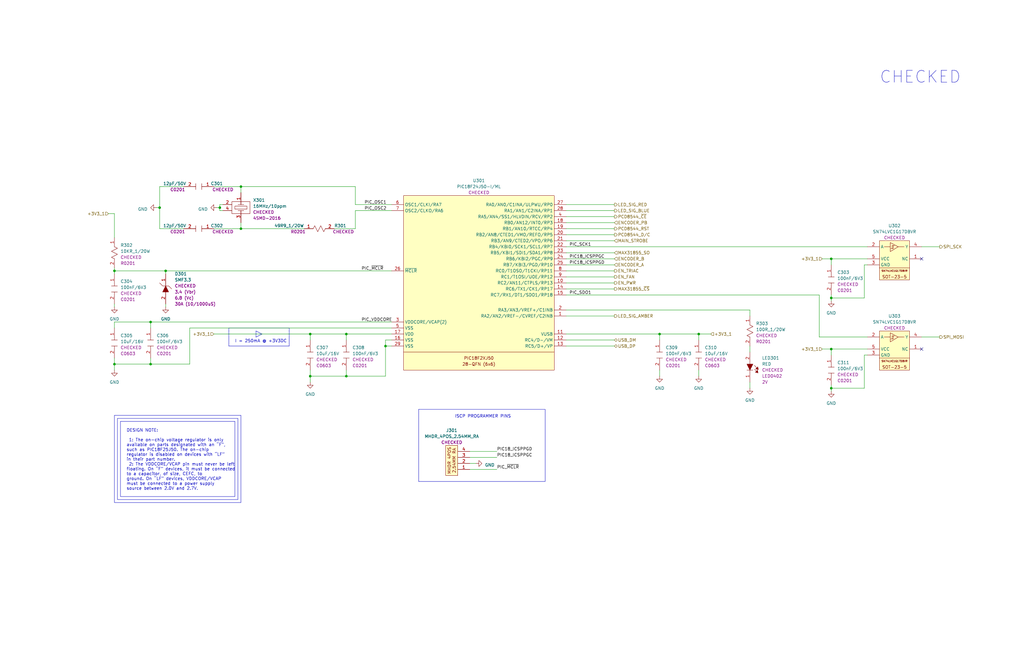
<source format=kicad_sch>
(kicad_sch (version 20230121) (generator eeschema)
  (paper "B")
  (lib_symbols
    (symbol "_SCHLIB_HotPlate:BUF_SN74LVC1G17DBVR_SOT-23-5"
      (property "Reference" "U" (at 2.54 3.81 0))
      (property "Value" "SN74LVC1G17DBVR" (at 2.54 6.35 0))
      (property "SCH CHECK" "CHECKED" (at 2.54 21.59 0))
      (symbol "BUF_SN74LVC1G17DBVR_SOT-23-5_0_0"
        (text "SN74LVC1G17DBVR" (at 6.35 -12.7 0) (effects (font (size 0.762 0.762))))
        (text "SOT-23-5" (at 6.35 -15.24 0) (effects (font (size 1.27 1.27))))
      )
      (symbol "BUF_SN74LVC1G17DBVR_SOT-23-5_0_1"
        (polyline (pts (xy 0 -11.43) (xy 12.7 -11.43)))
        (polyline (pts (xy 4.572 -2.54) (xy 2.032 -2.54)))
        (polyline (pts (xy 7.874 -2.54) (xy 10.414 -2.54)))
        (polyline (pts (xy 5.334 -3.302) (xy 5.842 -3.302) (xy 5.842 -2.032)))
        (polyline (pts (xy 4.572 -0.762) (xy 4.572 -4.572) (xy 7.874 -2.54) (xy 4.572 -0.762)))
        (polyline (pts (xy 6.35 -2.032) (xy 5.334 -2.032) (xy 5.334 -3.302) (xy 4.826 -3.302)))
        (rectangle (start 0 0) (end 12.7 -16.51) (fill (type background)))
      )
      (symbol "BUF_SN74LVC1G17DBVR_SOT-23-5_1_1"
        (pin passive line (at 17.78 -7.62 180) (length 5.08) (name "NC") (number "1"))
        (pin passive line (at -5.08 -2.54 0) (length 5.08) (name "A") (number "2"))
        (pin passive line (at -5.08 -10.16 0) (length 5.08) (name "GND") (number "3"))
        (pin passive line (at 17.78 -2.54 180) (length 5.08) (name "Y") (number "4"))
        (pin passive line (at -5.08 -7.62 0) (length 5.08) (name "VCC") (number "5"))
      )
    )
    (symbol "_SCHLIB_HotPlate:CAP_100nF/6V3_C0201"
      (property "Reference" "C" (at 2.54 5.08 0))
      (property "Value" "100nF{slash}6V3" (at 2.54 7.62 0))
      (property "SCH CHECK" "CHECKED" (at 2.54 22.86 0))
      (property "Package" "C0201" (at 2.54 25.4 0))
      (symbol "CAP_100nF/6V3_C0201_0_0"
        (polyline (pts (xy 5.08 1.27) (xy 5.08 -1.27)))
        (polyline (pts (xy 7.62 1.27) (xy 7.62 -1.27)))
      )
      (symbol "CAP_100nF/6V3_C0201_1_1"
        (pin passive line (at 0 0 0) (length 5.08) (name "") (number "1"))
        (pin passive line (at 12.7 0 180) (length 5.08) (name "") (number "2"))
      )
    )
    (symbol "_SCHLIB_HotPlate:CAP_10uF/16V-C0603"
      (property "Reference" "C" (at 2.54 3.81 0))
      (property "Value" "10uF{slash}16V" (at 2.54 6.35 0))
      (property "SCH CHECK" "CHECKED" (at 2.54 21.59 0))
      (property "Package" "C0603" (at 2.54 24.13 0))
      (symbol "CAP_10uF/16V-C0603_0_0"
        (polyline (pts (xy 5.08 1.27) (xy 5.08 -1.27)))
        (polyline (pts (xy 7.62 1.27) (xy 7.62 -1.27)))
      )
      (symbol "CAP_10uF/16V-C0603_1_1"
        (pin passive line (at 0 0 0) (length 5.08) (name "") (number "1"))
        (pin passive line (at 12.7 0 180) (length 5.08) (name "") (number "2"))
      )
    )
    (symbol "_SCHLIB_HotPlate:CAP_12pF/50V_C0201"
      (property "Reference" "C" (at 3.81 5.08 0))
      (property "Value" "12pF{slash}50V" (at 3.81 7.62 0))
      (property "SCH CHECK" "CHECKED" (at 3.81 22.86 0))
      (property "Package" "C0201" (at 3.81 25.4 0))
      (symbol "CAP_12pF/50V_C0201_0_0"
        (polyline (pts (xy 5.08 1.27) (xy 5.08 -1.27)))
        (polyline (pts (xy 7.62 1.27) (xy 7.62 -1.27)))
      )
      (symbol "CAP_12pF/50V_C0201_1_1"
        (pin passive line (at 0 0 0) (length 5.08) (name "") (number "1"))
        (pin passive line (at 12.7 0 180) (length 5.08) (name "") (number "2"))
      )
    )
    (symbol "_SCHLIB_HotPlate:CONN_MHDR_4POS_2.54MM_RA"
      (property "Reference" "J" (at 2.54 2.54 0))
      (property "Value" "MHDR_4POS_2.54MM_RA" (at 2.54 5.08 0))
      (property "SCH CHECK" "CHECKED" (at 2.54 20.32 0))
      (symbol "CONN_MHDR_4POS_2.54MM_RA_0_1"
        (rectangle (start 0 0) (end 5.08 -12.7) (fill (type background)))
        (text "MHDR 4POS\n2.54MM RA" (at 2.54 -6.35 900) (effects (font (size 1.27 1.27))))
      )
      (symbol "CONN_MHDR_4POS_2.54MM_RA_1_1"
        (pin passive line (at -5.08 -2.54 0) (length 5.08) (name "") (number "1"))
        (pin passive line (at -5.08 -5.08 0) (length 5.08) (name "") (number "2"))
        (pin passive line (at -5.08 -7.62 0) (length 5.08) (name "") (number "3"))
        (pin passive line (at -5.08 -10.16 0) (length 5.08) (name "") (number "4"))
      )
    )
    (symbol "_SCHLIB_HotPlate:LED_RED_0402"
      (property "Reference" "LED" (at 2.54 6.35 0))
      (property "Value" "RED" (at 2.54 8.89 0))
      (property "SCH CHECK" "CHECKED" (at 2.54 24.13 0))
      (property "Package" "LED0402" (at 2.54 26.67 0))
      (property "VOLTAGE RATED" "2V" (at 2.54 29.21 0))
      (symbol "LED_RED_0402_0_1"
        (polyline (pts (xy 5.588 1.905) (xy 6.604 2.794)))
        (polyline (pts (xy 7.239 1.905) (xy 8.001 2.667)))
        (polyline (pts (xy 7.62 -1.27) (xy 7.62 1.27)))
        (polyline (pts (xy 5.08 1.27) (xy 5.08 -1.27) (xy 7.62 0) (xy 5.08 1.27)) (fill (type outline)))
        (polyline (pts (xy 6.223 3.302) (xy 7.112 2.413) (xy 7.366 3.556) (xy 6.223 3.302)) (fill (type outline)))
        (polyline (pts (xy 7.62 3.175) (xy 8.509 2.286) (xy 8.763 3.429) (xy 7.62 3.175)) (fill (type outline)))
      )
      (symbol "LED_RED_0402_1_1"
        (pin passive line (at 12.7 0 180) (length 5.08) (name "") (number "1"))
        (pin passive line (at 0 0 0) (length 5.08) (name "") (number "2"))
      )
    )
    (symbol "_SCHLIB_HotPlate:MCU_PIC18F24J50-I/ML"
      (property "Reference" "U" (at 2.54 3.81 0))
      (property "Value" "PIC18F24J50-I/ML" (at 2.54 6.35 0))
      (property "SCH CHECK" "CHECKED" (at 2.54 21.59 0))
      (symbol "MCU_PIC18F24J50-I/ML_0_0"
        (text "28-QFN (6x6)" (at 31.75 -71.12 0) (effects (font (size 1.27 1.27))))
        (text "PIC18F2XJ50" (at 31.75 -68.58 0) (effects (font (size 1.27 1.27))))
      )
      (symbol "MCU_PIC18F24J50-I/ML_0_1"
        (polyline (pts (xy 0 -66.04) (xy 63.5 -66.04)))
        (rectangle (start 0 0) (end 63.5 -73.66) (fill (type background)))
      )
      (symbol "MCU_PIC18F24J50-I/ML_1_1"
        (pin passive line (at 68.58 -50.8 180) (length 5.08) (name "RA2/AN2/VREF-/CVREF/C2INB") (number "1"))
        (pin passive line (at 68.58 -36.83 180) (length 5.08) (name "RC2/AN11/CTPLS/RP13") (number "10"))
        (pin passive line (at 68.58 -58.42 180) (length 5.08) (name "VUSB") (number "11"))
        (pin passive line (at 68.58 -60.96 180) (length 5.08) (name "RC4/D-/VM") (number "12"))
        (pin passive line (at 68.58 -63.5 180) (length 5.08) (name "RC5/D+/VP") (number "13"))
        (pin passive line (at 68.58 -39.37 180) (length 5.08) (name "RC6/TX1/CK1/RP17") (number "14"))
        (pin passive line (at 68.58 -41.91 180) (length 5.08) (name "RC7/RX1/DT1/SDO1/RP18") (number "15"))
        (pin passive line (at -5.08 -60.96 0) (length 5.08) (name "VSS") (number "16"))
        (pin passive line (at -5.08 -58.42 0) (length 5.08) (name "VDD") (number "17"))
        (pin passive line (at 68.58 -11.43 180) (length 5.08) (name "RB0/AN12/INT0/RP3") (number "18"))
        (pin passive line (at 68.58 -13.97 180) (length 5.08) (name "RB1/AN10/RTCC/RP4") (number "19"))
        (pin passive line (at 68.58 -48.26 180) (length 5.08) (name "RA3/AN3/VREF+/C1INB") (number "2"))
        (pin passive line (at 68.58 -16.51 180) (length 5.08) (name "RB2/AN8/CTED1/VMO/REFO/RP5") (number "20"))
        (pin passive line (at 68.58 -19.05 180) (length 5.08) (name "RB3/AN9/CTED2/VPO/RP6") (number "21"))
        (pin passive line (at 68.58 -21.59 180) (length 5.08) (name "RB4/KBI0/SCK1/SCL1/RP7") (number "22"))
        (pin passive line (at 68.58 -24.13 180) (length 5.08) (name "RB5/KBI1/SDI1/SDA1/RP8") (number "23"))
        (pin passive line (at 68.58 -26.67 180) (length 5.08) (name "RB6/KBI2/PGC/RP9") (number "24"))
        (pin passive line (at 68.58 -29.21 180) (length 5.08) (name "RB7/KBI3/PGD/RP10") (number "25"))
        (pin passive line (at -5.08 -31.75 0) (length 5.08) (name "~{MCLR}") (number "26"))
        (pin passive line (at 68.58 -3.81 180) (length 5.08) (name "RA0/AN0/C1INA/ULPWU/RP0") (number "27"))
        (pin passive line (at 68.58 -6.35 180) (length 5.08) (name "RA1/AN1/C2INA/RP1") (number "28"))
        (pin passive line (at -5.08 -63.5 0) (length 5.08) (name "VSS") (number "29"))
        (pin passive line (at -5.08 -53.34 0) (length 5.08) (name "VDDCORE/VCAP(2)") (number "3"))
        (pin passive line (at 68.58 -8.89 180) (length 5.08) (name "RA5/AN4/SS1/HLVDIN/RCV/RP2") (number "4"))
        (pin passive line (at -5.08 -55.88 0) (length 5.08) (name "VSS") (number "5"))
        (pin passive line (at -5.08 -3.81 0) (length 5.08) (name "OSC1/CLKI/RA7") (number "6"))
        (pin passive line (at -5.08 -6.35 0) (length 5.08) (name "OSC2/CLKO/RA6") (number "7"))
        (pin passive line (at 68.58 -31.75 180) (length 5.08) (name "RC0/T1OSO/T1CKI/RP11") (number "8"))
        (pin passive line (at 68.58 -34.29 180) (length 5.08) (name "RC1/T1OSI/UOE/RP12") (number "9"))
      )
    )
    (symbol "_SCHLIB_HotPlate:RES_100R_1/20W-R0201"
      (property "Reference" "R" (at 2.54 3.81 0))
      (property "Value" "100R_1{slash}20W" (at 2.54 6.35 0))
      (property "SCH CHECK" "CHECKED" (at 2.54 21.59 0))
      (property "Package" "R0201" (at 2.54 24.13 0))
      (symbol "RES_100R_1/20W-R0201_0_0"
        (polyline (pts (xy 3.81 0) (xy 4.445 1.27) (xy 5.715 -1.27) (xy 6.985 1.27) (xy 8.255 -1.27) (xy 8.89 0)))
      )
      (symbol "RES_100R_1/20W-R0201_1_1"
        (pin passive line (at 0 0 0) (length 3.81) (name "") (number "1"))
        (pin passive line (at 12.7 0 180) (length 3.81) (name "") (number "2"))
      )
    )
    (symbol "_SCHLIB_HotPlate:RES_10KR_1/20W-R0201"
      (property "Reference" "R" (at 2.54 5.08 0))
      (property "Value" "10KR_1{slash}20W" (at 2.54 7.62 0))
      (property "SCH CHECK" "CHECKED" (at 2.54 22.86 0))
      (property "Package" "R0201" (at 2.54 25.4 0))
      (symbol "RES_10KR_1/20W-R0201_0_0"
        (polyline (pts (xy 3.81 0) (xy 4.445 1.27) (xy 5.715 -1.27) (xy 6.985 1.27) (xy 8.255 -1.27) (xy 8.89 0)))
      )
      (symbol "RES_10KR_1/20W-R0201_1_1"
        (pin passive line (at 0 0 0) (length 3.81) (name "") (number "1"))
        (pin passive line (at 12.7 0 180) (length 3.81) (name "") (number "2"))
      )
    )
    (symbol "_SCHLIB_HotPlate:RES_49R9_1/20W-R0201"
      (property "Reference" "R" (at 2.54 3.81 0))
      (property "Value" "49R9_1/20W" (at 2.54 6.35 0))
      (property "SCH CHECK" "CHECKED" (at 2.54 21.59 0))
      (property "Package" "R0201" (at 2.54 24.13 0))
      (symbol "RES_49R9_1/20W-R0201_0_0"
        (polyline (pts (xy 3.81 0) (xy 4.445 1.27) (xy 5.715 -1.27) (xy 6.985 1.27) (xy 8.255 -1.27) (xy 8.89 0)))
      )
      (symbol "RES_49R9_1/20W-R0201_1_1"
        (pin passive line (at 0 0 0) (length 3.81) (name "") (number "1"))
        (pin passive line (at 12.7 0 180) (length 3.81) (name "") (number "2"))
      )
    )
    (symbol "_SCHLIB_HotPlate:TVS_SMF3.3_SOD_123F"
      (property "Reference" "D" (at 2.54 5.08 0))
      (property "Value" "SMF3.3" (at 2.54 7.62 0))
      (property "SCH CHECK" "CHECKED" (at 2.54 22.86 0))
      (property "Vbr" "3.4 (Vbr)" (at 2.54 27.94 0))
      (property "Vc" "6.8 (Vc)" (at 2.54 30.48 0))
      (property "Ipp" "30A (10/1000uS)" (at 2.54 25.4 0))
      (symbol "TVS_SMF3.3_SOD_123F_0_1"
        (polyline (pts (xy 5.08 1.27) (xy 5.08 -1.27) (xy 7.62 0) (xy 5.08 1.27)) (fill (type outline)))
        (polyline (pts (xy 8.89 2.54) (xy 7.62 1.27) (xy 7.62 -1.27) (xy 6.35 -2.54)))
      )
      (symbol "TVS_SMF3.3_SOD_123F_1_1"
        (pin passive line (at 12.7 0 180) (length 5.08) (name "") (number "1"))
        (pin passive line (at 0 0 0) (length 5.08) (name "") (number "2"))
      )
    )
    (symbol "_SCHLIB_HotPlate:XTAL_ECS-160-12-37B-CTN-TR"
      (property "Reference" "X" (at 3.81 7.62 0))
      (property "Value" "16MHz/10ppm" (at 10.16 10.16 0))
      (property "SCH CHECK" "CHECKED" (at 7.62 25.4 0))
      (property "Package" "4SMD-2016" (at 8.89 27.94 0))
      (symbol "XTAL_ECS-160-12-37B-CTN-TR_0_1"
        (polyline (pts (xy 5.08 1.27) (xy 5.08 -1.27)))
        (polyline (pts (xy 7.62 1.27) (xy 7.62 -1.27)))
        (polyline (pts (xy 3.81 3.81) (xy 3.81 -3.81) (xy 8.89 -3.81) (xy 8.89 3.81) (xy 3.81 3.81)))
        (polyline (pts (xy 5.715 2.54) (xy 6.985 2.54) (xy 6.985 -2.54) (xy 5.715 -2.54) (xy 5.715 2.54)))
      )
      (symbol "XTAL_ECS-160-12-37B-CTN-TR_1_1"
        (pin passive line (at 0 0 0) (length 5.08) (name "") (number "1"))
        (pin passive line (at 5.08 -7.62 90) (length 3.81) (name "") (number "2"))
        (pin passive line (at 12.7 0 180) (length 5.08) (name "") (number "3"))
        (pin passive line (at 7.62 -7.62 90) (length 3.81) (name "") (number "4"))
      )
    )
    (symbol "power:GND" (power) (pin_names (offset 0))
      (property "Value" "GND" (at 0 -3.81 0))
      (symbol "GND_0_1"
        (polyline (pts (xy 0 0) (xy 0 -1.27) (xy 1.27 -1.27) (xy 0 -2.54) (xy -1.27 -1.27) (xy 0 -1.27)))
      )
      (symbol "GND_1_1"
        (pin power_in line (at 0 0 270) (length 0) hide (name "GND") (number "1"))
      )
    )
  )
  (junction (at 146.05 158.75))
  (junction (at 63.5 135.89))
  (junction (at 101.6 78.74))
  (junction (at 294.64 140.97))
  (junction (at 67.31 87.63))
  (junction (at 162.56 146.05))
  (junction (at 101.6 96.52))
  (junction (at 48.26 153.67))
  (junction (at 92.71 87.63))
  (junction (at 350.52 125.73))
  (junction (at 350.52 109.22))
  (junction (at 278.13 140.97))
  (junction (at 146.05 140.97))
  (junction (at 48.26 114.3))
  (junction (at 350.52 163.83))
  (junction (at 130.81 140.97))
  (junction (at 63.5 153.67))
  (junction (at 69.85 114.3))
  (junction (at 350.52 147.32))
  (junction (at 130.81 158.75))
  (no_connect (at 388.62 147.32))
  (no_connect (at 388.62 109.22))
  (wire (pts (xy 278.13 158.75) (xy 278.13 156.21)))
  (wire (pts (xy 278.13 140.97) (xy 294.64 140.97)))
  (wire (pts (xy 63.5 135.89) (xy 165.1 135.89)))
  (wire (pts (xy 396.24 142.24) (xy 388.62 142.24)))
  (wire (pts (xy 259.08 99.06) (xy 238.76 99.06)))
  (wire (pts (xy 67.31 87.63) (xy 67.31 78.74)))
  (wire (pts (xy 259.08 143.51) (xy 238.76 143.51)))
  (wire (pts (xy 146.05 156.21) (xy 146.05 158.75)))
  (wire (pts (xy 165.1 143.51) (xy 162.56 143.51)))
  (wire (pts (xy 45.72 90.17) (xy 48.26 90.17)))
  (wire (pts (xy 316.23 161.29) (xy 316.23 163.83)))
  (polyline (pts (xy 121.92 138.43) (xy 121.92 146.05)))
  (wire (pts (xy 130.81 140.97) (xy 130.81 143.51)))
  (wire (pts (xy 63.5 135.89) (xy 63.5 138.43)))
  (wire (pts (xy 146.05 140.97) (xy 165.1 140.97)))
  (wire (pts (xy 48.26 135.89) (xy 48.26 138.43)))
  (wire (pts (xy 259.08 86.36) (xy 238.76 86.36)))
  (wire (pts (xy 69.85 114.3) (xy 165.1 114.3)))
  (wire (pts (xy 48.26 113.03) (xy 48.26 114.3)))
  (wire (pts (xy 149.86 78.74) (xy 101.6 78.74)))
  (wire (pts (xy 238.76 104.14) (xy 365.76 104.14)))
  (wire (pts (xy 48.26 90.17) (xy 48.26 100.33)))
  (wire (pts (xy 396.24 104.14) (xy 388.62 104.14)))
  (wire (pts (xy 259.08 133.35) (xy 238.76 133.35)))
  (polyline (pts (xy 96.52 138.43) (xy 96.52 146.05)))
  (wire (pts (xy 146.05 158.75) (xy 162.56 158.75)))
  (wire (pts (xy 128.27 96.52) (xy 101.6 96.52)))
  (wire (pts (xy 200.66 195.58) (xy 198.12 195.58)))
  (wire (pts (xy 90.17 78.74) (xy 101.6 78.74)))
  (polyline (pts (xy 121.92 146.05) (xy 96.52 146.05)))
  (wire (pts (xy 294.64 158.75) (xy 294.64 156.21)))
  (wire (pts (xy 350.52 109.22) (xy 365.76 109.22)))
  (wire (pts (xy 80.01 153.67) (xy 63.5 153.67)))
  (polyline (pts (xy 110.49 140.97) (xy 107.95 142.24)))
  (wire (pts (xy 350.52 125.73) (xy 350.52 124.46)))
  (wire (pts (xy 77.47 96.52) (xy 67.31 96.52)))
  (wire (pts (xy 48.26 153.67) (xy 48.26 151.13)))
  (polyline (pts (xy 107.95 139.7) (xy 107.95 142.24)))
  (wire (pts (xy 90.17 140.97) (xy 130.81 140.97)))
  (wire (pts (xy 345.44 142.24) (xy 365.76 142.24)))
  (wire (pts (xy 294.64 140.97) (xy 299.72 140.97)))
  (wire (pts (xy 316.23 146.05) (xy 316.23 148.59)))
  (wire (pts (xy 350.52 163.83) (xy 350.52 165.1)))
  (wire (pts (xy 346.71 147.32) (xy 350.52 147.32)))
  (wire (pts (xy 66.04 87.63) (xy 67.31 87.63)))
  (wire (pts (xy 162.56 146.05) (xy 162.56 158.75)))
  (wire (pts (xy 278.13 140.97) (xy 278.13 143.51)))
  (wire (pts (xy 67.31 96.52) (xy 67.31 87.63)))
  (wire (pts (xy 350.52 125.73) (xy 350.52 127)))
  (wire (pts (xy 364.49 111.76) (xy 364.49 125.73)))
  (wire (pts (xy 69.85 115.57) (xy 69.85 114.3)))
  (wire (pts (xy 101.6 96.52) (xy 101.6 93.98)))
  (wire (pts (xy 165.1 86.36) (xy 149.86 86.36)))
  (wire (pts (xy 364.49 149.86) (xy 364.49 163.83)))
  (wire (pts (xy 238.76 130.81) (xy 316.23 130.81)))
  (wire (pts (xy 365.76 111.76) (xy 364.49 111.76)))
  (wire (pts (xy 101.6 78.74) (xy 101.6 81.28)))
  (wire (pts (xy 209.55 190.5) (xy 198.12 190.5)))
  (wire (pts (xy 92.71 86.36) (xy 92.71 87.63)))
  (polyline (pts (xy 107.95 139.7) (xy 110.49 140.97)))
  (wire (pts (xy 149.86 96.52) (xy 140.97 96.52)))
  (wire (pts (xy 345.44 124.46) (xy 345.44 142.24)))
  (wire (pts (xy 364.49 163.83) (xy 350.52 163.83)))
  (wire (pts (xy 259.08 93.98) (xy 238.76 93.98)))
  (wire (pts (xy 350.52 109.22) (xy 350.52 111.76)))
  (wire (pts (xy 259.08 114.3) (xy 238.76 114.3)))
  (wire (pts (xy 162.56 146.05) (xy 165.1 146.05)))
  (wire (pts (xy 90.17 96.52) (xy 101.6 96.52)))
  (wire (pts (xy 92.71 87.63) (xy 92.71 88.9)))
  (wire (pts (xy 93.98 86.36) (xy 92.71 86.36)))
  (wire (pts (xy 130.81 158.75) (xy 146.05 158.75)))
  (wire (pts (xy 365.76 149.86) (xy 364.49 149.86)))
  (wire (pts (xy 316.23 130.81) (xy 316.23 133.35)))
  (wire (pts (xy 80.01 138.43) (xy 80.01 153.67)))
  (wire (pts (xy 165.1 138.43) (xy 80.01 138.43)))
  (wire (pts (xy 165.1 88.9) (xy 149.86 88.9)))
  (wire (pts (xy 209.55 198.12) (xy 198.12 198.12)))
  (wire (pts (xy 259.08 96.52) (xy 238.76 96.52)))
  (wire (pts (xy 238.76 116.84) (xy 259.08 116.84)))
  (wire (pts (xy 259.08 106.68) (xy 238.76 106.68)))
  (wire (pts (xy 48.26 153.67) (xy 63.5 153.67)))
  (wire (pts (xy 48.26 153.67) (xy 48.26 156.21)))
  (wire (pts (xy 48.26 114.3) (xy 48.26 115.57)))
  (wire (pts (xy 259.08 146.05) (xy 238.76 146.05)))
  (wire (pts (xy 130.81 158.75) (xy 130.81 161.29)))
  (wire (pts (xy 130.81 158.75) (xy 130.81 156.21)))
  (wire (pts (xy 209.55 193.04) (xy 198.12 193.04)))
  (wire (pts (xy 48.26 135.89) (xy 63.5 135.89)))
  (wire (pts (xy 69.85 129.54) (xy 69.85 128.27)))
  (wire (pts (xy 149.86 86.36) (xy 149.86 78.74)))
  (wire (pts (xy 364.49 125.73) (xy 350.52 125.73)))
  (wire (pts (xy 146.05 140.97) (xy 146.05 143.51)))
  (wire (pts (xy 350.52 147.32) (xy 350.52 149.86)))
  (wire (pts (xy 350.52 147.32) (xy 365.76 147.32)))
  (wire (pts (xy 69.85 114.3) (xy 48.26 114.3)))
  (wire (pts (xy 238.76 111.76) (xy 259.08 111.76)))
  (wire (pts (xy 91.44 87.63) (xy 92.71 87.63)))
  (wire (pts (xy 346.71 109.22) (xy 350.52 109.22)))
  (polyline (pts (xy 96.52 138.43) (xy 121.92 138.43)))
  (wire (pts (xy 238.76 109.22) (xy 259.08 109.22)))
  (wire (pts (xy 259.08 119.38) (xy 238.76 119.38)))
  (wire (pts (xy 259.08 88.9) (xy 238.76 88.9)))
  (wire (pts (xy 259.08 101.6) (xy 238.76 101.6)))
  (wire (pts (xy 238.76 140.97) (xy 278.13 140.97)))
  (wire (pts (xy 162.56 143.51) (xy 162.56 146.05)))
  (wire (pts (xy 48.26 129.54) (xy 48.26 128.27)))
  (wire (pts (xy 149.86 88.9) (xy 149.86 96.52)))
  (wire (pts (xy 238.76 124.46) (xy 345.44 124.46)))
  (wire (pts (xy 350.52 163.83) (xy 350.52 162.56)))
  (wire (pts (xy 130.81 140.97) (xy 146.05 140.97)))
  (wire (pts (xy 63.5 151.13) (xy 63.5 153.67)))
  (wire (pts (xy 259.08 121.92) (xy 238.76 121.92)))
  (wire (pts (xy 67.31 78.74) (xy 77.47 78.74)))
  (wire (pts (xy 259.08 91.44) (xy 238.76 91.44)))
  (wire (pts (xy 294.64 140.97) (xy 294.64 143.51)))
  (wire (pts (xy 92.71 88.9) (xy 93.98 88.9)))
  (rectangle (start 48.26 175.26) (end 101.6 212.09))
  (rectangle (start 50.8 177.8) (end 99.06 209.55))
  (rectangle (start 176.53 172.72) (end 229.87 203.2))
  (rectangle (start 49.53 176.53) (end 100.33 210.82))
  (text "I = 250mA @ +3V3DC" (at 99.06 144.78 0) (effects (font (size 1.27 1.27)) (justify left bottom)))
  (text "CHECKED" (at 370.84 35.56 0) (effects (font (size 5 5)) (justify left bottom)))
  (text "DESIGN NOTE:\n\n 1: The on-chip voltage regulator is only\navailable on parts designated with an “F”,\nsuch as PIC18F25J50. The on-chip\nregulator is disabled on devices with “LF”\nin their part number.\n 2: The VDDCORE/VCAP pin must never be left\nfloating. On “F” devices, it must be connected \nto a capacitor, of size, CEFC, to\nground. On “LF” devices, VDDCORE/VCAP\nmust be connected to a power supply\nsource between 2.0V and 2.7V." (at 53.34 207.01 0) (effects (font (size 1.27 1.27)) (justify left bottom)))
  (text "ISCP PROGRAMMER PINS" (at 191.77 176.53 0) (effects (font (size 1.27 1.27)) (justify left bottom)))
  (label "PIC18_ICSPPGC" (at 209.55 193.04 0))
  (label "PIC18_ICSPPGC" (at 240.03 109.22 0))
  (label "PIC_VDDCORE" (at 152.4 135.89 0))
  (label "PIC_~{MCLR}" (at 152.4 114.3 0))
  (label "PIC_OSC1" (at 153.67 86.36 0))
  (label "PIC_SCK1" (at 240.03 104.14 0))
  (label "PIC18_ICSPPGD" (at 240.03 111.76 0))
  (label "PIC_SDO1" (at 240.03 124.46 0))
  (label "PIC_~{MCLR}" (at 209.55 198.12 0))
  (label "PIC_OSC2" (at 153.67 88.9 0))
  (label "PIC18_ICSPPGD" (at 209.55 190.5 0))
  (hierarchical_label "MAX31855_~{CS}" (shape output) (at 259.08 121.92 0))
  (hierarchical_label "+3V3_1" (shape input) (at 90.17 140.97 180))
  (hierarchical_label "MAIN_STROBE" (shape input) (at 259.08 101.6 0))
  (hierarchical_label "PCD8544_D{slash}C" (shape output) (at 259.08 99.06 0))
  (hierarchical_label "+3V3_1" (shape input) (at 45.72 90.17 180))
  (hierarchical_label "LED_SIG_AMBER" (shape output) (at 259.08 133.35 0))
  (hierarchical_label "USB_DM" (shape bidirectional) (at 259.08 143.51 0))
  (hierarchical_label "MAX31855_SO" (shape input) (at 259.08 106.68 0))
  (hierarchical_label "LED_SIG_BLUE" (shape output) (at 259.08 88.9 0))
  (hierarchical_label "+3V3_1" (shape input) (at 346.71 147.32 180))
  (hierarchical_label "+3V3_1" (shape input) (at 346.71 109.22 180))
  (hierarchical_label "+3V3_1" (shape input) (at 299.72 140.97 0))
  (hierarchical_label "PCD8544_~{CE}" (shape output) (at 259.08 91.44 0))
  (hierarchical_label "USB_DP" (shape bidirectional) (at 259.08 146.05 0))
  (hierarchical_label "EN_FAN" (shape output) (at 259.08 116.84 0))
  (hierarchical_label "EN_TRIAC" (shape output) (at 259.08 114.3 0))
  (hierarchical_label "SPI_SCK" (shape output) (at 396.24 104.14 0))
  (hierarchical_label "ENCODER_A" (shape input) (at 259.08 111.76 0))
  (hierarchical_label "ENCODER_B" (shape input) (at 259.08 109.22 0))
  (hierarchical_label "SPI_MOSI" (shape output) (at 396.24 142.24 0))
  (hierarchical_label "PCD8544_RST" (shape output) (at 259.08 96.52 0))
  (hierarchical_label "EN_PWR" (shape output) (at 259.08 119.38 0))
  (hierarchical_label "LED_SIG_RED" (shape output) (at 259.08 86.36 0))
  (hierarchical_label "ENCODER_PB" (shape input) (at 259.08 93.98 0))
  (symbol (lib_id "power:GND") (at 48.26 156.21 0) (unit 1)
    (property "Reference" "#PWR0306" (effects hide))
    (property "Value" "GND" (at 48.26 161.29 0))
  )
  (symbol (lib_id "power:GND") (at 350.52 127 0) (unit 1)
    (property "Reference" "#PWR0303" (effects hide))
    (property "Value" "GND" (at 350.52 132.08 0))
  )
  (symbol (lib_id "power:GND") (at 130.81 161.29 0) (unit 1)
    (property "Reference" "#PWR0309" (effects hide))
    (property "Value" "GND" (at 130.81 166.37 0))
  )
  (symbol (lib_id "_SCHLIB_HotPlate:CAP_12pF/50V_C0201") (at 90.17 96.52 180) (unit 1)
    (property "Reference" "C302" (at 91.44 95.25 0))
    (property "Value" "12pF/50V" (at 73.66 95.25 0))
    (property "Footprint" "Capacitor_SMD:C_0201_0603Metric" (effects hide))
    (property "Datasheet" "https://www.yageo.com/upload/media/product/productsearch/datasheet/mlcc/UPY-GP_NP0_16V-to-50V_18.pdf" (effects hide))
    (property "Description" "12 pF ±5% 50V Ceramic Capacitor C0G, NP0 0201 (0603 Metric)" (effects hide))
    (property "Part Number" "CC0201JRNPO9BN120" (effects hide))
    (property "Link" "https://www.digikey.ca/en/products/detail/yageo/CC0201JRNPO9BN120/5194994" (effects hide))
    (property "SCH CHECK" "CHECKED" (at 93.98 97.79 0))
    (property "Package" "C0201" (at 74.93 97.79 0))
  )
  (symbol (lib_id "_SCHLIB_HotPlate:CONN_MHDR_4POS_2.54MM_RA") (at 193.04 200.66 180) (unit 1)
    (property "Reference" "J301" (at 190.5 181.61 0))
    (property "Value" "MHDR_4POS_2.54MM_RA" (at 190.5 184.15 0))
    (property "Footprint" "Connector_PinSocket_2.54mm:PinSocket_1x04_P2.54mm_Horizontal" (effects hide))
    (property "Datasheet" "https://app.adam-tech.com/products/download/data_sheet/201281/ph1rb-xx-ua-data-sheet.pdf" (effects hide))
    (property "Description" "Connector Header Through Hole, Right Angle 4 position 0.100\" (2.54mm)" (effects hide))
    (property "Part Number" "PH1RB-04-UA" (effects hide))
    (property "Link" "https://www.digikey.ca/en/products/detail/adam-tech/PH1RB-04-UA/9830473" (effects hide))
    (property "SCH CHECK" "CHECKED" (at 190.5 186.69 0))
  )
  (symbol (lib_id "power:GND") (at 350.52 165.1 0) (unit 1)
    (property "Reference" "#PWR0311" (effects hide))
    (property "Value" "GND" (at 350.52 170.18 0))
  )
  (symbol (lib_id "_SCHLIB_HotPlate:CAP_100nF/6V3_C0201") (at 146.05 143.51 270) (unit 1)
    (property "Reference" "C308" (at 148.59 146.685 90) (effects (justify left)))
    (property "Value" "100nF/6V3" (at 148.59 149.225 90) (effects (justify left)))
    (property "Footprint" "Capacitor_SMD:C_0201_0603Metric" (effects hide))
    (property "Datasheet" "https://www.yageo.com/upload/media/product/productsearch/datasheet/mlcc/UPY-GPHC_X7R_6.3V-to-250V_22.pdf" (effects hide))
    (property "Description" "0.1 µF ±10% 6.3V Ceramic Capacitor X7R 0201 (0603 Metric)" (effects hide))
    (property "Part Number" "CC0201KRX7R5BB104" (effects hide))
    (property "Link" "https://www.digikey.ca/en/products/detail/yageo/CC0201KRX7R5BB104/12698853" (effects hide))
    (property "SCH CHECK" "CHECKED" (at 148.59 151.765 90) (effects (justify left)))
    (property "Package" "C0201" (at 148.59 154.305 90) (effects (justify left)))
  )
  (symbol (lib_id "_SCHLIB_HotPlate:BUF_SN74LVC1G17DBVR_SOT-23-5") (at 370.84 101.6 0) (unit 1)
    (property "Reference" "U302" (at 377.19 95.25 0))
    (property "Value" "SN74LVC1G17DBVR" (at 377.19 97.79 0))
    (property "Footprint" "Package_TO_SOT_SMD:SOT-23-5" (effects hide))
    (property "Datasheet" "https://www.ti.com/general/docs/suppproductinfo.tsp?distId=10&gotoUrl=https%3A%2F%2Fwww.ti.com%2Flit%2Fgpn%2Fsn74lvc1g17" (effects hide))
    (property "Description" "Buffer, Non-Inverting 1 Element 1 Bit per Element Push-Pull Output SOT-23-5" (effects hide))
    (property "Part Number" "SN74LVC1G17DBVR" (effects hide))
    (property "Link" "https://www.digikey.ca/en/products/detail/texas-instruments/SN74LVC1G17DBVR/389051" (effects hide))
    (property "SCH CHECK" "CHECKED" (at 377.19 100.33 0))
  )
  (symbol (lib_id "_SCHLIB_HotPlate:RES_10KR_1/20W-R0201") (at 48.26 100.33 270) (unit 1)
    (property "Reference" "R302" (at 50.8 103.505 90) (effects (justify left)))
    (property "Value" "10KR_1/20W" (at 50.8 106.045 90) (effects (justify left)))
    (property "Footprint" "Resistor_SMD:R_0201_0603Metric" (effects hide))
    (property "Datasheet" "https://www.seielect.com/Catalog/SEI-RMCF_RMCP.pdf" (effects hide))
    (property "Description" "10 kOhms ±1% 0.05W, 1/20W Chip Resistor 0201 (0603 Metric) Thick Film" (effects hide))
    (property "Part Number" "RMCF0201FT10K0" (effects hide))
    (property "Link" "https://www.digikey.ca/en/products/detail/stackpole-electronics-inc/RMCF0201FT10K0/1714990" (effects hide))
    (property "SCH CHECK" "CHECKED" (at 50.8 108.585 90) (effects (justify left)))
    (property "Package" "R0201" (at 50.8 111.125 90) (effects (justify left)))
  )
  (symbol (lib_id "_SCHLIB_HotPlate:CAP_10uF/16V-C0603") (at 130.81 143.51 270) (unit 1)
    (property "Reference" "C307" (at 133.35 146.685 90) (effects (justify left)))
    (property "Value" "10uF/16V" (at 133.35 149.225 90) (effects (justify left)))
    (property "Footprint" "Capacitor_SMD:C_0603_1608Metric" (effects hide))
    (property "Datasheet" "https://search.murata.co.jp/Ceramy/image/img/A01X/G101/ENG/GRT188R61C106KE13-01.pdf" (effects hide))
    (property "Description" "10 µF ±10% 16V Ceramic Capacitor X5R 0603 (1608 Metric)" (effects hide))
    (property "Part Number" "GRT188R61C106KE13J" (effects hide))
    (property "Link" "https://www.digikey.ca/en/products/detail/murata-electronics/GRT188R61C106KE13J/13904802" (effects hide))
    (property "SCH CHECK" "CHECKED" (at 133.35 151.765 90) (effects (justify left)))
    (property "Package" "C0603" (at 133.35 154.305 90) (effects (justify left)))
  )
  (symbol (lib_id "_SCHLIB_HotPlate:CAP_100nF/6V3_C0201") (at 350.52 149.86 270) (unit 1)
    (property "Reference" "C311" (at 353.06 153.035 90) (effects (justify left)))
    (property "Value" "100nF/6V3" (at 353.06 155.575 90) (effects (justify left)))
    (property "Footprint" "Capacitor_SMD:C_0201_0603Metric" (effects hide))
    (property "Datasheet" "https://www.yageo.com/upload/media/product/productsearch/datasheet/mlcc/UPY-GPHC_X7R_6.3V-to-250V_22.pdf" (effects hide))
    (property "Description" "0.1 µF ±10% 6.3V Ceramic Capacitor X7R 0201 (0603 Metric)" (effects hide))
    (property "Part Number" "CC0201KRX7R5BB104" (effects hide))
    (property "Link" "https://www.digikey.ca/en/products/detail/yageo/CC0201KRX7R5BB104/12698853" (effects hide))
    (property "SCH CHECK" "CHECKED" (at 353.06 158.115 90) (effects (justify left)))
    (property "Package" "C0201" (at 353.06 160.655 90) (effects (justify left)))
  )
  (symbol (lib_id "_SCHLIB_HotPlate:CAP_10uF/16V-C0603") (at 48.26 138.43 270) (unit 1)
    (property "Reference" "C305" (at 50.8 141.605 90) (effects (justify left)))
    (property "Value" "10uF/16V" (at 50.8 144.145 90) (effects (justify left)))
    (property "Footprint" "Capacitor_SMD:C_0603_1608Metric" (effects hide))
    (property "Datasheet" "https://search.murata.co.jp/Ceramy/image/img/A01X/G101/ENG/GRT188R61C106KE13-01.pdf" (effects hide))
    (property "Description" "10 µF ±10% 16V Ceramic Capacitor X5R 0603 (1608 Metric)" (effects hide))
    (property "Part Number" "GRT188R61C106KE13J" (effects hide))
    (property "Link" "https://www.digikey.ca/en/products/detail/murata-electronics/GRT188R61C106KE13J/13904802" (effects hide))
    (property "SCH CHECK" "CHECKED" (at 50.8 146.685 90) (effects (justify left)))
    (property "Package" "C0603" (at 50.8 149.225 90) (effects (justify left)))
  )
  (symbol (lib_id "_SCHLIB_HotPlate:CAP_100nF/6V3_C0201") (at 63.5 138.43 270) (unit 1)
    (property "Reference" "C306" (at 66.04 141.605 90) (effects (justify left)))
    (property "Value" "100nF/6V3" (at 66.04 144.145 90) (effects (justify left)))
    (property "Footprint" "Capacitor_SMD:C_0201_0603Metric" (effects hide))
    (property "Datasheet" "https://www.yageo.com/upload/media/product/productsearch/datasheet/mlcc/UPY-GPHC_X7R_6.3V-to-250V_22.pdf" (effects hide))
    (property "Description" "0.1 µF ±10% 6.3V Ceramic Capacitor X7R 0201 (0603 Metric)" (effects hide))
    (property "Part Number" "CC0201KRX7R5BB104" (effects hide))
    (property "Link" "https://www.digikey.ca/en/products/detail/yageo/CC0201KRX7R5BB104/12698853" (effects hide))
    (property "SCH CHECK" "CHECKED" (at 66.04 146.685 90) (effects (justify left)))
    (property "Package" "C0201" (at 66.04 149.225 90) (effects (justify left)))
  )
  (symbol (lib_id "_SCHLIB_HotPlate:RES_49R9_1/20W-R0201") (at 128.27 96.52 0) (unit 1)
    (property "Reference" "R301" (at 143.51 95.25 0))
    (property "Value" "49R9_1/20W" (at 121.92 95.25 0))
    (property "Footprint" "Resistor_SMD:R_0201_0603Metric" (effects hide))
    (property "Datasheet" "https://www.seielect.com/Catalog/SEI-RMCF_RMCP.pdf" (effects hide))
    (property "Description" "49.9 Ohms ±1% 0.05W, 1/20W Chip Resistor 0201 (0603 Metric) Thick Film" (effects hide))
    (property "Part Number" "RMCF0201FT49R9" (effects hide))
    (property "Link" "https://www.digikey.ca/en/products/detail/stackpole-electronics-inc/RMCF0201FT49R9/1715030" (effects hide))
    (property "SCH CHECK" "CHECKED" (at 144.78 97.79 0))
    (property "Package" "R0201" (at 125.73 97.79 0))
  )
  (symbol (lib_id "power:GND") (at 66.04 87.63 270) (unit 1)
    (property "Reference" "#PWR0301" (effects hide))
    (property "Value" "GND" (at 62.23 88.265 90) (effects (justify right)))
  )
  (symbol (lib_id "_SCHLIB_HotPlate:CAP_100nF/6V3_C0201") (at 278.13 143.51 270) (unit 1)
    (property "Reference" "C309" (at 280.67 146.685 90) (effects (justify left)))
    (property "Value" "100nF/6V3" (at 280.67 149.225 90) (effects (justify left)))
    (property "Footprint" "Capacitor_SMD:C_0201_0603Metric" (effects hide))
    (property "Datasheet" "https://www.yageo.com/upload/media/product/productsearch/datasheet/mlcc/UPY-GPHC_X7R_6.3V-to-250V_22.pdf" (effects hide))
    (property "Description" "0.1 µF ±10% 6.3V Ceramic Capacitor X7R 0201 (0603 Metric)" (effects hide))
    (property "Part Number" "CC0201KRX7R5BB104" (effects hide))
    (property "Link" "https://www.digikey.ca/en/products/detail/yageo/CC0201KRX7R5BB104/12698853" (effects hide))
    (property "SCH CHECK" "CHECKED" (at 280.67 151.765 90) (effects (justify left)))
    (property "Package" "C0201" (at 280.67 154.305 90) (effects (justify left)))
  )
  (symbol (lib_id "_SCHLIB_HotPlate:CAP_12pF/50V_C0201") (at 90.17 78.74 180) (unit 1)
    (property "Reference" "C301" (at 91.44 77.47 0))
    (property "Value" "12pF/50V" (at 73.66 77.47 0))
    (property "Footprint" "Capacitor_SMD:C_0201_0603Metric" (effects hide))
    (property "Datasheet" "https://www.yageo.com/upload/media/product/productsearch/datasheet/mlcc/UPY-GP_NP0_16V-to-50V_18.pdf" (effects hide))
    (property "Description" "12 pF ±5% 50V Ceramic Capacitor C0G, NP0 0201 (0603 Metric)" (effects hide))
    (property "Part Number" "CC0201JRNPO9BN120" (effects hide))
    (property "Link" "https://www.digikey.ca/en/products/detail/yageo/CC0201JRNPO9BN120/5194994" (effects hide))
    (property "SCH CHECK" "CHECKED" (at 93.98 80.01 0))
    (property "Package" "C0201" (at 74.93 80.01 0))
  )
  (symbol (lib_id "_SCHLIB_HotPlate:CAP_100nF/6V3_C0201") (at 48.26 115.57 270) (unit 1)
    (property "Reference" "C304" (at 50.8 118.745 90) (effects (justify left)))
    (property "Value" "100nF/6V3" (at 50.8 121.285 90) (effects (justify left)))
    (property "Footprint" "Capacitor_SMD:C_0201_0603Metric" (effects hide))
    (property "Datasheet" "https://www.yageo.com/upload/media/product/productsearch/datasheet/mlcc/UPY-GPHC_X7R_6.3V-to-250V_22.pdf" (effects hide))
    (property "Description" "0.1 µF ±10% 6.3V Ceramic Capacitor X7R 0201 (0603 Metric)" (effects hide))
    (property "Part Number" "CC0201KRX7R5BB104" (effects hide))
    (property "Link" "https://www.digikey.ca/en/products/detail/yageo/CC0201KRX7R5BB104/12698853" (effects hide))
    (property "SCH CHECK" "CHECKED" (at 50.8 123.825 90) (effects (justify left)))
    (property "Package" "C0201" (at 50.8 126.365 90) (effects (justify left)))
  )
  (symbol (lib_id "power:GND") (at 278.13 158.75 0) (unit 1)
    (property "Reference" "#PWR0307" (effects hide))
    (property "Value" "GND" (at 278.13 163.83 0))
  )
  (symbol (lib_id "power:GND") (at 69.85 129.54 0) (unit 1)
    (property "Reference" "#PWR0305" (effects hide))
    (property "Value" "GND" (at 69.85 134.62 0))
  )
  (symbol (lib_id "_SCHLIB_HotPlate:RES_100R_1/20W-R0201") (at 316.23 133.35 270) (unit 1)
    (property "Reference" "R303" (at 318.77 136.525 90) (effects (justify left)))
    (property "Value" "100R_1/20W" (at 318.77 139.065 90) (effects (justify left)))
    (property "Footprint" "Resistor_SMD:R_0201_0603Metric" (effects hide))
    (property "Datasheet" "https://www.seielect.com/Catalog/SEI-RMCF_RMCP.pdf" (effects hide))
    (property "Description" "100 Ohms ±1% 0.05W, 1/20W Chip Resistor 0201 (0603 Metric) Thick Film" (effects hide))
    (property "Part Number" "RMCF0201FT100R" (effects hide))
    (property "Link" "https://www.digikey.ca/en/products/detail/stackpole-electronics-inc/RMCF0201FT100R/1714988" (effects hide))
    (property "SCH CHECK" "CHECKED" (at 318.77 141.605 90) (effects (justify left)))
    (property "Package" "R0201" (at 318.77 144.145 90) (effects (justify left)))
  )
  (symbol (lib_id "_SCHLIB_HotPlate:TVS_SMF3.3_SOD_123F") (at 69.85 128.27 90) (unit 1)
    (property "Reference" "D301" (at 73.66 115.57 90) (effects (justify right)))
    (property "Value" "SMF3.3" (at 73.66 118.11 90) (effects (justify right)))
    (property "Footprint" "Diode_SMD:D_SOD-123F" (effects hide))
    (property "Datasheet" "https://www.littelfuse.com/media?resourcetype=datasheets&itemid=2e80cd26-b0c3-442f-9d77-27a283ccff4f&filename=littelfuse-tvs-diode-smf3-3-datasheet" (effects hide))
    (property "Description" "6.8V Clamp 30A Ipp Tvs Diode Surface Mount SOD-123F" (effects hide))
    (property "Part Number" "SMF3.3" (effects hide))
    (property "Link" "https://www.digikey.ca/en/products/detail/littelfuse-inc/SMF3-3/6189040" (effects hide))
    (property "SCH CHECK" "CHECKED" (at 73.66 120.65 90) (effects (justify right)))
    (property "Vbr" "3.4 (Vbr)" (at 73.66 123.19 90) (effects (justify right)))
    (property "Vc" "6.8 (Vc)" (at 73.66 125.73 90) (effects (justify right)))
    (property "Ipp" "30A (10/1000uS)" (at 73.66 128.27 90) (effects (justify right)))
  )
  (symbol (lib_id "_SCHLIB_HotPlate:CAP_100nF/6V3_C0201") (at 350.52 111.76 270) (unit 1)
    (property "Reference" "C303" (at 353.06 114.935 90) (effects (justify left)))
    (property "Value" "100nF/6V3" (at 353.06 117.475 90) (effects (justify left)))
    (property "Footprint" "Capacitor_SMD:C_0201_0603Metric" (effects hide))
    (property "Datasheet" "https://www.yageo.com/upload/media/product/productsearch/datasheet/mlcc/UPY-GPHC_X7R_6.3V-to-250V_22.pdf" (effects hide))
    (property "Description" "0.1 µF ±10% 6.3V Ceramic Capacitor X7R 0201 (0603 Metric)" (effects hide))
    (property "Part Number" "CC0201KRX7R5BB104" (effects hide))
    (property "Link" "https://www.digikey.ca/en/products/detail/yageo/CC0201KRX7R5BB104/12698853" (effects hide))
    (property "SCH CHECK" "CHECKED" (at 353.06 120.015 90) (effects (justify left)))
    (property "Package" "C0201" (at 353.06 122.555 90) (effects (justify left)))
  )
  (symbol (lib_id "_SCHLIB_HotPlate:BUF_SN74LVC1G17DBVR_SOT-23-5") (at 370.84 139.7 0) (unit 1)
    (property "Reference" "U303" (at 377.19 133.35 0))
    (property "Value" "SN74LVC1G17DBVR" (at 377.19 135.89 0))
    (property "Footprint" "Package_TO_SOT_SMD:SOT-23-5" (effects hide))
    (property "Datasheet" "https://www.ti.com/general/docs/suppproductinfo.tsp?distId=10&gotoUrl=https%3A%2F%2Fwww.ti.com%2Flit%2Fgpn%2Fsn74lvc1g17" (effects hide))
    (property "Description" "Buffer, Non-Inverting 1 Element 1 Bit per Element Push-Pull Output SOT-23-5" (effects hide))
    (property "Part Number" "SN74LVC1G17DBVR" (effects hide))
    (property "Link" "https://www.digikey.ca/en/products/detail/texas-instruments/SN74LVC1G17DBVR/389051" (effects hide))
    (property "SCH CHECK" "CHECKED" (at 377.19 138.43 0))
  )
  (symbol (lib_id "power:GND") (at 91.44 87.63 270) (unit 1)
    (property "Reference" "#PWR0302" (effects hide))
    (property "Value" "GND" (at 87.63 88.265 90) (effects (justify right)))
  )
  (symbol (lib_id "_SCHLIB_HotPlate:LED_RED_0402") (at 316.23 148.59 270) (unit 1)
    (property "Reference" "LED301" (at 321.31 151.0665 90) (effects (justify left)))
    (property "Value" "RED" (at 321.31 153.6065 90) (effects (justify left)))
    (property "Footprint" "LED_SMD:LED_0402_1005Metric" (effects hide))
    (property "Datasheet" "https://media.digikey.com/pdf/Data%20Sheets/Harvatek%20PDFs/B2841USD-20D001014U1930.pdf" (effects hide))
    (property "Description" "Red 624nm LED Indication - Discrete 2V 0402 (1005 Metric)" (effects hide))
    (property "Part Number" "B2841USD-20D001014U1930" (effects hide))
    (property "Link" "https://www.digikey.ca/en/products/detail/harvatek-corporation/B2841USD-20D001014U1930/16729514?s=N4IgTCBcDaIEJgBwBYCMBVAygEQLRgAZsCDVTl1UBOAZgJAF0BfIA" (effects hide))
    (property "SCH CHECK" "CHECKED" (at 321.31 156.1465 90) (effects (justify left)))
    (property "Package" "LED0402" (at 321.31 158.6865 90) (effects (justify left)))
    (property "VOLTAGE RATED" "2V" (at 321.31 161.2265 90) (effects (justify left)))
  )
  (symbol (lib_id "power:GND") (at 48.26 129.54 0) (unit 1)
    (property "Reference" "#PWR0304" (effects hide))
    (property "Value" "GND" (at 48.26 134.62 0))
  )
  (symbol (lib_id "_SCHLIB_HotPlate:MCU_PIC18F24J50-I/ML") (at 170.18 82.55 0) (unit 1)
    (property "Reference" "U301" (at 201.93 76.2 0))
    (property "Value" "PIC18F24J50-I/ML" (at 201.93 78.74 0))
    (property "Footprint" "Package_DFN_QFN:QFN-28-1EP_6x6mm_P0.65mm_EP4.25x4.25mm_ThermalVias" (effects hide))
    (property "Datasheet" "https://ww1.microchip.com/downloads/en/DeviceDoc/39931d.pdf" (effects hide))
    (property "Description" "PIC PIC® XLP™ 18J Microcontroller IC 8-Bit 48MHz 16KB (8K x 16) FLASH 28-QFN (6x6)" (effects hide))
    (property "Part Number" "PIC18F24J50-I/ML" (effects hide))
    (property "Link" "https://www.digikey.ca/en/products/detail/microchip-technology/PIC18F24J50-I-ML/2059885" (effects hide))
    (property "SCH CHECK" "CHECKED" (at 201.93 81.28 0))
  )
  (symbol (lib_id "power:GND") (at 200.66 195.58 90) (unit 1)
    (property "Reference" "#PWR0312" (effects hide))
    (property "Value" "GND" (at 204.47 196.215 90) (effects (justify right)))
  )
  (symbol (lib_id "power:GND") (at 294.64 158.75 0) (unit 1)
    (property "Reference" "#PWR0308" (effects hide))
    (property "Value" "GND" (at 294.64 163.83 0))
  )
  (symbol (lib_id "power:GND") (at 316.23 163.83 0) (unit 1)
    (property "Reference" "#PWR0310" (effects hide))
    (property "Value" "GND" (at 316.23 168.91 0))
  )
  (symbol (lib_id "_SCHLIB_HotPlate:XTAL_ECS-160-12-37B-CTN-TR") (at 101.6 81.28 270) (unit 1)
    (property "Reference" "X301" (at 106.68 84.455 90) (effects (justify left)))
    (property "Value" "16MHz/10ppm" (at 106.68 86.995 90) (effects (justify left)))
    (property "Footprint" "Crystal:Crystal_SMD_2016-4Pin_2.0x1.6mm" (effects hide))
    (property "Datasheet" "https://ecsxtal.com/store/pdf/ECX-1637B.pdf" (effects hide))
    (property "Description" "16 MHz ±10ppm Crystal 12pF 150 Ohms 4-SMD, No Lead" (effects hide))
    (property "Part Number" "ECS-160-12-37B-CTN-TR" (effects hide))
    (property "Link" "https://www.digikey.ca/en/products/detail/ecs-inc/ECS-160-12-37B-CTN-TR/9838848" (effects hide))
    (property "SCH CHECK" "CHECKED" (at 106.68 89.535 90) (effects (justify left)))
    (property "Package" "4SMD-2016" (at 106.68 92.075 90) (effects (justify left)))
  )
  (symbol (lib_id "_SCHLIB_HotPlate:CAP_10uF/16V-C0603") (at 294.64 143.51 270) (unit 1)
    (property "Reference" "C310" (at 297.18 146.685 90) (effects (justify left)))
    (property "Value" "10uF/16V" (at 297.18 149.225 90) (effects (justify left)))
    (property "Footprint" "Capacitor_SMD:C_0603_1608Metric" (effects hide))
    (property "Datasheet" "https://search.murata.co.jp/Ceramy/image/img/A01X/G101/ENG/GRT188R61C106KE13-01.pdf" (effects hide))
    (property "Description" "10 µF ±10% 16V Ceramic Capacitor X5R 0603 (1608 Metric)" (effects hide))
    (property "Part Number" "GRT188R61C106KE13J" (effects hide))
    (property "Link" "https://www.digikey.ca/en/products/detail/murata-electronics/GRT188R61C106KE13J/13904802" (effects hide))
    (property "SCH CHECK" "CHECKED" (at 297.18 151.765 90) (effects (justify left)))
    (property "Package" "C0603" (at 297.18 154.305 90) (effects (justify left)))
  )
)
</source>
